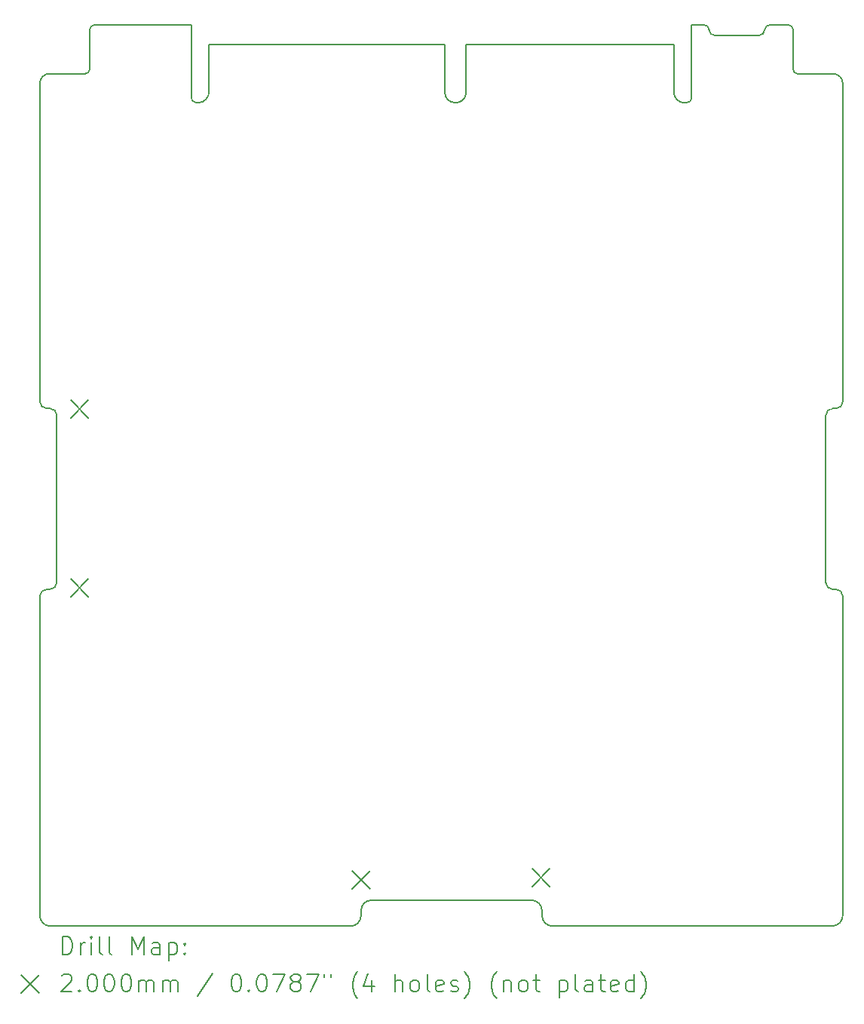
<source format=gbr>
%TF.GenerationSoftware,KiCad,Pcbnew,7.0.5*%
%TF.CreationDate,2023-06-30T17:38:21-04:00*%
%TF.ProjectId,magnetotorqer-drive-board,6d61676e-6574-46f7-946f-727165722d64,A*%
%TF.SameCoordinates,Original*%
%TF.FileFunction,Drillmap*%
%TF.FilePolarity,Positive*%
%FSLAX45Y45*%
G04 Gerber Fmt 4.5, Leading zero omitted, Abs format (unit mm)*
G04 Created by KiCad (PCBNEW 7.0.5) date 2023-06-30 17:38:21*
%MOMM*%
%LPD*%
G01*
G04 APERTURE LIST*
%ADD10C,0.127000*%
%ADD11C,0.200000*%
G04 APERTURE END LIST*
D10*
X14551660Y-5125717D02*
G75*
G03*
X14488160Y-5186680I0J-63553D01*
G01*
X15367000Y-5786120D02*
G75*
G03*
X15255240Y-5674360I-111770J-10D01*
G01*
X6461760Y-15240000D02*
X9837420Y-15240000D01*
X11988800Y-15067280D02*
G75*
G03*
X11869420Y-14947900I-119390J-10D01*
G01*
X13609320Y-6002030D02*
G75*
G03*
X13670280Y-5943600I1270J59690D01*
G01*
X10896600Y-5880100D02*
X10896600Y-5344160D01*
X6426200Y-9431020D02*
X6464300Y-9431020D01*
X13865859Y-5184140D02*
G75*
G03*
X13929360Y-5245100I61011J0D01*
G01*
X15367000Y-9354820D02*
X15367000Y-5786120D01*
X6459220Y-5674360D02*
G75*
G03*
X6350000Y-5786120I1270J-110490D01*
G01*
X15176500Y-11384280D02*
X15176500Y-9507220D01*
X6426200Y-11460480D02*
X6464300Y-11460480D01*
X15252700Y-11460480D02*
X15290800Y-11460480D01*
X6350000Y-9354820D02*
X6350000Y-5786120D01*
X15252700Y-9431020D02*
X15290800Y-9431020D01*
X11137900Y-5344160D02*
X13468350Y-5344160D01*
X14856460Y-5674360D02*
X15255240Y-5674360D01*
X6350000Y-15113000D02*
G75*
G03*
X6461760Y-15240000I119380J-7620D01*
G01*
X6967220Y-5125720D02*
X8049260Y-5125720D01*
X8049260Y-5938520D02*
X8049260Y-5125720D01*
X8249920Y-5875020D02*
X8249920Y-5344160D01*
X8049252Y-5938519D02*
G75*
G03*
X8105140Y-6002020I59678J-3821D01*
G01*
X13468350Y-5880100D02*
G75*
G03*
X13589000Y-6002020I121270J-650D01*
G01*
X11988800Y-15120620D02*
X11988800Y-15067280D01*
X8128000Y-6002020D02*
G75*
G03*
X8249920Y-5875020I-2540J124460D01*
G01*
X14551660Y-5125720D02*
X14752320Y-5125720D01*
X10896600Y-5880100D02*
G75*
G03*
X11137900Y-5880100I120650J0D01*
G01*
X15367000Y-15113000D02*
X15367000Y-11536680D01*
X6350000Y-9354820D02*
G75*
G03*
X6426200Y-9431020I76200J0D01*
G01*
X14808200Y-5626100D02*
X14808200Y-5181600D01*
X9837420Y-15240000D02*
G75*
G03*
X9956800Y-15120620I0J119380D01*
G01*
X15176500Y-11384280D02*
G75*
G03*
X15252700Y-11460480I76190J-10D01*
G01*
X6540500Y-11384280D02*
X6540500Y-9507220D01*
X6858000Y-5674360D02*
G75*
G03*
X6908800Y-5628640I2540J48260D01*
G01*
X8249920Y-5344160D02*
X10896600Y-5344160D01*
X6908800Y-5628640D02*
X6908800Y-5184140D01*
X13670280Y-5125720D02*
X13804900Y-5125720D01*
X12108180Y-15240000D02*
X15247620Y-15240000D01*
X15367000Y-11536680D02*
G75*
G03*
X15290800Y-11460480I-76210J-10D01*
G01*
X11988800Y-15120620D02*
G75*
G03*
X12108180Y-15240000I119370J-10D01*
G01*
X13670280Y-5943600D02*
X13670280Y-5125720D01*
X6426200Y-11460480D02*
G75*
G03*
X6350000Y-11536680I0J-76200D01*
G01*
X11137900Y-5880100D02*
X11137900Y-5344160D01*
X6459220Y-5674360D02*
X6858000Y-5674360D01*
X13468350Y-5880100D02*
X13468350Y-5344160D01*
X6464300Y-11460480D02*
G75*
G03*
X6540500Y-11384280I0J76200D01*
G01*
X9956800Y-15120620D02*
X9956800Y-15067280D01*
X10076180Y-14947900D02*
X11869420Y-14947900D01*
X6967220Y-5125720D02*
G75*
G03*
X6908800Y-5184140I0J-58420D01*
G01*
X14808200Y-5181600D02*
G75*
G03*
X14752320Y-5125720I-55890J-10D01*
G01*
X13865859Y-5184140D02*
G75*
G03*
X13804900Y-5125720I-59700J-1280D01*
G01*
X10076180Y-14947900D02*
G75*
G03*
X9956800Y-15067280I0J-119380D01*
G01*
X13929360Y-5245100D02*
X14427200Y-5245100D01*
X13589000Y-6002020D02*
X13609320Y-6002020D01*
X6350000Y-15113000D02*
X6350000Y-11536680D01*
X15290800Y-9431020D02*
G75*
G03*
X15367000Y-9354820I0J76200D01*
G01*
X14808200Y-5626100D02*
G75*
G03*
X14856460Y-5674360I48250J-10D01*
G01*
X6540500Y-9507220D02*
G75*
G03*
X6464300Y-9431020I-76200J0D01*
G01*
X14427200Y-5245100D02*
G75*
G03*
X14488160Y-5186680I1270J59690D01*
G01*
X8105140Y-6002020D02*
X8128000Y-6002020D01*
X15247620Y-15240010D02*
G75*
G03*
X15367000Y-15113000I-3820J123200D01*
G01*
X15252700Y-9431020D02*
G75*
G03*
X15176500Y-9507220I0J-76200D01*
G01*
D11*
X6694500Y-9336100D02*
X6894500Y-9536100D01*
X6894500Y-9336100D02*
X6694500Y-9536100D01*
X6694500Y-11342700D02*
X6894500Y-11542700D01*
X6894500Y-11342700D02*
X6694500Y-11542700D01*
X9856800Y-14619300D02*
X10056800Y-14819300D01*
X10056800Y-14619300D02*
X9856800Y-14819300D01*
X11876100Y-14593900D02*
X12076100Y-14793900D01*
X12076100Y-14593900D02*
X11876100Y-14793900D01*
X6604184Y-15557834D02*
X6604184Y-15357834D01*
X6604184Y-15357834D02*
X6651803Y-15357834D01*
X6651803Y-15357834D02*
X6680374Y-15367358D01*
X6680374Y-15367358D02*
X6699422Y-15386405D01*
X6699422Y-15386405D02*
X6708946Y-15405453D01*
X6708946Y-15405453D02*
X6718470Y-15443548D01*
X6718470Y-15443548D02*
X6718470Y-15472119D01*
X6718470Y-15472119D02*
X6708946Y-15510215D01*
X6708946Y-15510215D02*
X6699422Y-15529262D01*
X6699422Y-15529262D02*
X6680374Y-15548310D01*
X6680374Y-15548310D02*
X6651803Y-15557834D01*
X6651803Y-15557834D02*
X6604184Y-15557834D01*
X6804184Y-15557834D02*
X6804184Y-15424500D01*
X6804184Y-15462596D02*
X6813708Y-15443548D01*
X6813708Y-15443548D02*
X6823231Y-15434024D01*
X6823231Y-15434024D02*
X6842279Y-15424500D01*
X6842279Y-15424500D02*
X6861327Y-15424500D01*
X6927993Y-15557834D02*
X6927993Y-15424500D01*
X6927993Y-15357834D02*
X6918470Y-15367358D01*
X6918470Y-15367358D02*
X6927993Y-15376881D01*
X6927993Y-15376881D02*
X6937517Y-15367358D01*
X6937517Y-15367358D02*
X6927993Y-15357834D01*
X6927993Y-15357834D02*
X6927993Y-15376881D01*
X7051803Y-15557834D02*
X7032755Y-15548310D01*
X7032755Y-15548310D02*
X7023231Y-15529262D01*
X7023231Y-15529262D02*
X7023231Y-15357834D01*
X7156565Y-15557834D02*
X7137517Y-15548310D01*
X7137517Y-15548310D02*
X7127993Y-15529262D01*
X7127993Y-15529262D02*
X7127993Y-15357834D01*
X7385136Y-15557834D02*
X7385136Y-15357834D01*
X7385136Y-15357834D02*
X7451803Y-15500691D01*
X7451803Y-15500691D02*
X7518470Y-15357834D01*
X7518470Y-15357834D02*
X7518470Y-15557834D01*
X7699422Y-15557834D02*
X7699422Y-15453072D01*
X7699422Y-15453072D02*
X7689898Y-15434024D01*
X7689898Y-15434024D02*
X7670851Y-15424500D01*
X7670851Y-15424500D02*
X7632755Y-15424500D01*
X7632755Y-15424500D02*
X7613708Y-15434024D01*
X7699422Y-15548310D02*
X7680374Y-15557834D01*
X7680374Y-15557834D02*
X7632755Y-15557834D01*
X7632755Y-15557834D02*
X7613708Y-15548310D01*
X7613708Y-15548310D02*
X7604184Y-15529262D01*
X7604184Y-15529262D02*
X7604184Y-15510215D01*
X7604184Y-15510215D02*
X7613708Y-15491167D01*
X7613708Y-15491167D02*
X7632755Y-15481643D01*
X7632755Y-15481643D02*
X7680374Y-15481643D01*
X7680374Y-15481643D02*
X7699422Y-15472119D01*
X7794660Y-15424500D02*
X7794660Y-15624500D01*
X7794660Y-15434024D02*
X7813708Y-15424500D01*
X7813708Y-15424500D02*
X7851803Y-15424500D01*
X7851803Y-15424500D02*
X7870851Y-15434024D01*
X7870851Y-15434024D02*
X7880374Y-15443548D01*
X7880374Y-15443548D02*
X7889898Y-15462596D01*
X7889898Y-15462596D02*
X7889898Y-15519738D01*
X7889898Y-15519738D02*
X7880374Y-15538786D01*
X7880374Y-15538786D02*
X7870851Y-15548310D01*
X7870851Y-15548310D02*
X7851803Y-15557834D01*
X7851803Y-15557834D02*
X7813708Y-15557834D01*
X7813708Y-15557834D02*
X7794660Y-15548310D01*
X7975612Y-15538786D02*
X7985136Y-15548310D01*
X7985136Y-15548310D02*
X7975612Y-15557834D01*
X7975612Y-15557834D02*
X7966089Y-15548310D01*
X7966089Y-15548310D02*
X7975612Y-15538786D01*
X7975612Y-15538786D02*
X7975612Y-15557834D01*
X7975612Y-15434024D02*
X7985136Y-15443548D01*
X7985136Y-15443548D02*
X7975612Y-15453072D01*
X7975612Y-15453072D02*
X7966089Y-15443548D01*
X7966089Y-15443548D02*
X7975612Y-15434024D01*
X7975612Y-15434024D02*
X7975612Y-15453072D01*
X6143407Y-15786350D02*
X6343407Y-15986350D01*
X6343407Y-15786350D02*
X6143407Y-15986350D01*
X6594660Y-15796881D02*
X6604184Y-15787358D01*
X6604184Y-15787358D02*
X6623231Y-15777834D01*
X6623231Y-15777834D02*
X6670851Y-15777834D01*
X6670851Y-15777834D02*
X6689898Y-15787358D01*
X6689898Y-15787358D02*
X6699422Y-15796881D01*
X6699422Y-15796881D02*
X6708946Y-15815929D01*
X6708946Y-15815929D02*
X6708946Y-15834977D01*
X6708946Y-15834977D02*
X6699422Y-15863548D01*
X6699422Y-15863548D02*
X6585136Y-15977834D01*
X6585136Y-15977834D02*
X6708946Y-15977834D01*
X6794660Y-15958786D02*
X6804184Y-15968310D01*
X6804184Y-15968310D02*
X6794660Y-15977834D01*
X6794660Y-15977834D02*
X6785136Y-15968310D01*
X6785136Y-15968310D02*
X6794660Y-15958786D01*
X6794660Y-15958786D02*
X6794660Y-15977834D01*
X6927993Y-15777834D02*
X6947041Y-15777834D01*
X6947041Y-15777834D02*
X6966089Y-15787358D01*
X6966089Y-15787358D02*
X6975612Y-15796881D01*
X6975612Y-15796881D02*
X6985136Y-15815929D01*
X6985136Y-15815929D02*
X6994660Y-15854024D01*
X6994660Y-15854024D02*
X6994660Y-15901643D01*
X6994660Y-15901643D02*
X6985136Y-15939738D01*
X6985136Y-15939738D02*
X6975612Y-15958786D01*
X6975612Y-15958786D02*
X6966089Y-15968310D01*
X6966089Y-15968310D02*
X6947041Y-15977834D01*
X6947041Y-15977834D02*
X6927993Y-15977834D01*
X6927993Y-15977834D02*
X6908946Y-15968310D01*
X6908946Y-15968310D02*
X6899422Y-15958786D01*
X6899422Y-15958786D02*
X6889898Y-15939738D01*
X6889898Y-15939738D02*
X6880374Y-15901643D01*
X6880374Y-15901643D02*
X6880374Y-15854024D01*
X6880374Y-15854024D02*
X6889898Y-15815929D01*
X6889898Y-15815929D02*
X6899422Y-15796881D01*
X6899422Y-15796881D02*
X6908946Y-15787358D01*
X6908946Y-15787358D02*
X6927993Y-15777834D01*
X7118470Y-15777834D02*
X7137517Y-15777834D01*
X7137517Y-15777834D02*
X7156565Y-15787358D01*
X7156565Y-15787358D02*
X7166089Y-15796881D01*
X7166089Y-15796881D02*
X7175612Y-15815929D01*
X7175612Y-15815929D02*
X7185136Y-15854024D01*
X7185136Y-15854024D02*
X7185136Y-15901643D01*
X7185136Y-15901643D02*
X7175612Y-15939738D01*
X7175612Y-15939738D02*
X7166089Y-15958786D01*
X7166089Y-15958786D02*
X7156565Y-15968310D01*
X7156565Y-15968310D02*
X7137517Y-15977834D01*
X7137517Y-15977834D02*
X7118470Y-15977834D01*
X7118470Y-15977834D02*
X7099422Y-15968310D01*
X7099422Y-15968310D02*
X7089898Y-15958786D01*
X7089898Y-15958786D02*
X7080374Y-15939738D01*
X7080374Y-15939738D02*
X7070851Y-15901643D01*
X7070851Y-15901643D02*
X7070851Y-15854024D01*
X7070851Y-15854024D02*
X7080374Y-15815929D01*
X7080374Y-15815929D02*
X7089898Y-15796881D01*
X7089898Y-15796881D02*
X7099422Y-15787358D01*
X7099422Y-15787358D02*
X7118470Y-15777834D01*
X7308946Y-15777834D02*
X7327993Y-15777834D01*
X7327993Y-15777834D02*
X7347041Y-15787358D01*
X7347041Y-15787358D02*
X7356565Y-15796881D01*
X7356565Y-15796881D02*
X7366089Y-15815929D01*
X7366089Y-15815929D02*
X7375612Y-15854024D01*
X7375612Y-15854024D02*
X7375612Y-15901643D01*
X7375612Y-15901643D02*
X7366089Y-15939738D01*
X7366089Y-15939738D02*
X7356565Y-15958786D01*
X7356565Y-15958786D02*
X7347041Y-15968310D01*
X7347041Y-15968310D02*
X7327993Y-15977834D01*
X7327993Y-15977834D02*
X7308946Y-15977834D01*
X7308946Y-15977834D02*
X7289898Y-15968310D01*
X7289898Y-15968310D02*
X7280374Y-15958786D01*
X7280374Y-15958786D02*
X7270851Y-15939738D01*
X7270851Y-15939738D02*
X7261327Y-15901643D01*
X7261327Y-15901643D02*
X7261327Y-15854024D01*
X7261327Y-15854024D02*
X7270851Y-15815929D01*
X7270851Y-15815929D02*
X7280374Y-15796881D01*
X7280374Y-15796881D02*
X7289898Y-15787358D01*
X7289898Y-15787358D02*
X7308946Y-15777834D01*
X7461327Y-15977834D02*
X7461327Y-15844500D01*
X7461327Y-15863548D02*
X7470851Y-15854024D01*
X7470851Y-15854024D02*
X7489898Y-15844500D01*
X7489898Y-15844500D02*
X7518470Y-15844500D01*
X7518470Y-15844500D02*
X7537517Y-15854024D01*
X7537517Y-15854024D02*
X7547041Y-15873072D01*
X7547041Y-15873072D02*
X7547041Y-15977834D01*
X7547041Y-15873072D02*
X7556565Y-15854024D01*
X7556565Y-15854024D02*
X7575612Y-15844500D01*
X7575612Y-15844500D02*
X7604184Y-15844500D01*
X7604184Y-15844500D02*
X7623232Y-15854024D01*
X7623232Y-15854024D02*
X7632755Y-15873072D01*
X7632755Y-15873072D02*
X7632755Y-15977834D01*
X7727993Y-15977834D02*
X7727993Y-15844500D01*
X7727993Y-15863548D02*
X7737517Y-15854024D01*
X7737517Y-15854024D02*
X7756565Y-15844500D01*
X7756565Y-15844500D02*
X7785136Y-15844500D01*
X7785136Y-15844500D02*
X7804184Y-15854024D01*
X7804184Y-15854024D02*
X7813708Y-15873072D01*
X7813708Y-15873072D02*
X7813708Y-15977834D01*
X7813708Y-15873072D02*
X7823232Y-15854024D01*
X7823232Y-15854024D02*
X7842279Y-15844500D01*
X7842279Y-15844500D02*
X7870851Y-15844500D01*
X7870851Y-15844500D02*
X7889898Y-15854024D01*
X7889898Y-15854024D02*
X7899422Y-15873072D01*
X7899422Y-15873072D02*
X7899422Y-15977834D01*
X8289898Y-15768310D02*
X8118470Y-16025453D01*
X8547041Y-15777834D02*
X8566089Y-15777834D01*
X8566089Y-15777834D02*
X8585137Y-15787358D01*
X8585137Y-15787358D02*
X8594660Y-15796881D01*
X8594660Y-15796881D02*
X8604184Y-15815929D01*
X8604184Y-15815929D02*
X8613708Y-15854024D01*
X8613708Y-15854024D02*
X8613708Y-15901643D01*
X8613708Y-15901643D02*
X8604184Y-15939738D01*
X8604184Y-15939738D02*
X8594660Y-15958786D01*
X8594660Y-15958786D02*
X8585137Y-15968310D01*
X8585137Y-15968310D02*
X8566089Y-15977834D01*
X8566089Y-15977834D02*
X8547041Y-15977834D01*
X8547041Y-15977834D02*
X8527994Y-15968310D01*
X8527994Y-15968310D02*
X8518470Y-15958786D01*
X8518470Y-15958786D02*
X8508946Y-15939738D01*
X8508946Y-15939738D02*
X8499422Y-15901643D01*
X8499422Y-15901643D02*
X8499422Y-15854024D01*
X8499422Y-15854024D02*
X8508946Y-15815929D01*
X8508946Y-15815929D02*
X8518470Y-15796881D01*
X8518470Y-15796881D02*
X8527994Y-15787358D01*
X8527994Y-15787358D02*
X8547041Y-15777834D01*
X8699422Y-15958786D02*
X8708946Y-15968310D01*
X8708946Y-15968310D02*
X8699422Y-15977834D01*
X8699422Y-15977834D02*
X8689898Y-15968310D01*
X8689898Y-15968310D02*
X8699422Y-15958786D01*
X8699422Y-15958786D02*
X8699422Y-15977834D01*
X8832756Y-15777834D02*
X8851803Y-15777834D01*
X8851803Y-15777834D02*
X8870851Y-15787358D01*
X8870851Y-15787358D02*
X8880375Y-15796881D01*
X8880375Y-15796881D02*
X8889898Y-15815929D01*
X8889898Y-15815929D02*
X8899422Y-15854024D01*
X8899422Y-15854024D02*
X8899422Y-15901643D01*
X8899422Y-15901643D02*
X8889898Y-15939738D01*
X8889898Y-15939738D02*
X8880375Y-15958786D01*
X8880375Y-15958786D02*
X8870851Y-15968310D01*
X8870851Y-15968310D02*
X8851803Y-15977834D01*
X8851803Y-15977834D02*
X8832756Y-15977834D01*
X8832756Y-15977834D02*
X8813708Y-15968310D01*
X8813708Y-15968310D02*
X8804184Y-15958786D01*
X8804184Y-15958786D02*
X8794660Y-15939738D01*
X8794660Y-15939738D02*
X8785137Y-15901643D01*
X8785137Y-15901643D02*
X8785137Y-15854024D01*
X8785137Y-15854024D02*
X8794660Y-15815929D01*
X8794660Y-15815929D02*
X8804184Y-15796881D01*
X8804184Y-15796881D02*
X8813708Y-15787358D01*
X8813708Y-15787358D02*
X8832756Y-15777834D01*
X8966089Y-15777834D02*
X9099422Y-15777834D01*
X9099422Y-15777834D02*
X9013708Y-15977834D01*
X9204184Y-15863548D02*
X9185137Y-15854024D01*
X9185137Y-15854024D02*
X9175613Y-15844500D01*
X9175613Y-15844500D02*
X9166089Y-15825453D01*
X9166089Y-15825453D02*
X9166089Y-15815929D01*
X9166089Y-15815929D02*
X9175613Y-15796881D01*
X9175613Y-15796881D02*
X9185137Y-15787358D01*
X9185137Y-15787358D02*
X9204184Y-15777834D01*
X9204184Y-15777834D02*
X9242279Y-15777834D01*
X9242279Y-15777834D02*
X9261327Y-15787358D01*
X9261327Y-15787358D02*
X9270851Y-15796881D01*
X9270851Y-15796881D02*
X9280375Y-15815929D01*
X9280375Y-15815929D02*
X9280375Y-15825453D01*
X9280375Y-15825453D02*
X9270851Y-15844500D01*
X9270851Y-15844500D02*
X9261327Y-15854024D01*
X9261327Y-15854024D02*
X9242279Y-15863548D01*
X9242279Y-15863548D02*
X9204184Y-15863548D01*
X9204184Y-15863548D02*
X9185137Y-15873072D01*
X9185137Y-15873072D02*
X9175613Y-15882596D01*
X9175613Y-15882596D02*
X9166089Y-15901643D01*
X9166089Y-15901643D02*
X9166089Y-15939738D01*
X9166089Y-15939738D02*
X9175613Y-15958786D01*
X9175613Y-15958786D02*
X9185137Y-15968310D01*
X9185137Y-15968310D02*
X9204184Y-15977834D01*
X9204184Y-15977834D02*
X9242279Y-15977834D01*
X9242279Y-15977834D02*
X9261327Y-15968310D01*
X9261327Y-15968310D02*
X9270851Y-15958786D01*
X9270851Y-15958786D02*
X9280375Y-15939738D01*
X9280375Y-15939738D02*
X9280375Y-15901643D01*
X9280375Y-15901643D02*
X9270851Y-15882596D01*
X9270851Y-15882596D02*
X9261327Y-15873072D01*
X9261327Y-15873072D02*
X9242279Y-15863548D01*
X9347041Y-15777834D02*
X9480375Y-15777834D01*
X9480375Y-15777834D02*
X9394660Y-15977834D01*
X9547041Y-15777834D02*
X9547041Y-15815929D01*
X9623232Y-15777834D02*
X9623232Y-15815929D01*
X9918470Y-16054024D02*
X9908946Y-16044500D01*
X9908946Y-16044500D02*
X9889899Y-16015929D01*
X9889899Y-16015929D02*
X9880375Y-15996881D01*
X9880375Y-15996881D02*
X9870851Y-15968310D01*
X9870851Y-15968310D02*
X9861327Y-15920691D01*
X9861327Y-15920691D02*
X9861327Y-15882596D01*
X9861327Y-15882596D02*
X9870851Y-15834977D01*
X9870851Y-15834977D02*
X9880375Y-15806405D01*
X9880375Y-15806405D02*
X9889899Y-15787358D01*
X9889899Y-15787358D02*
X9908946Y-15758786D01*
X9908946Y-15758786D02*
X9918470Y-15749262D01*
X10080375Y-15844500D02*
X10080375Y-15977834D01*
X10032756Y-15768310D02*
X9985137Y-15911167D01*
X9985137Y-15911167D02*
X10108946Y-15911167D01*
X10337518Y-15977834D02*
X10337518Y-15777834D01*
X10423232Y-15977834D02*
X10423232Y-15873072D01*
X10423232Y-15873072D02*
X10413708Y-15854024D01*
X10413708Y-15854024D02*
X10394661Y-15844500D01*
X10394661Y-15844500D02*
X10366089Y-15844500D01*
X10366089Y-15844500D02*
X10347041Y-15854024D01*
X10347041Y-15854024D02*
X10337518Y-15863548D01*
X10547041Y-15977834D02*
X10527994Y-15968310D01*
X10527994Y-15968310D02*
X10518470Y-15958786D01*
X10518470Y-15958786D02*
X10508946Y-15939738D01*
X10508946Y-15939738D02*
X10508946Y-15882596D01*
X10508946Y-15882596D02*
X10518470Y-15863548D01*
X10518470Y-15863548D02*
X10527994Y-15854024D01*
X10527994Y-15854024D02*
X10547041Y-15844500D01*
X10547041Y-15844500D02*
X10575613Y-15844500D01*
X10575613Y-15844500D02*
X10594661Y-15854024D01*
X10594661Y-15854024D02*
X10604184Y-15863548D01*
X10604184Y-15863548D02*
X10613708Y-15882596D01*
X10613708Y-15882596D02*
X10613708Y-15939738D01*
X10613708Y-15939738D02*
X10604184Y-15958786D01*
X10604184Y-15958786D02*
X10594661Y-15968310D01*
X10594661Y-15968310D02*
X10575613Y-15977834D01*
X10575613Y-15977834D02*
X10547041Y-15977834D01*
X10727994Y-15977834D02*
X10708946Y-15968310D01*
X10708946Y-15968310D02*
X10699422Y-15949262D01*
X10699422Y-15949262D02*
X10699422Y-15777834D01*
X10880375Y-15968310D02*
X10861327Y-15977834D01*
X10861327Y-15977834D02*
X10823232Y-15977834D01*
X10823232Y-15977834D02*
X10804184Y-15968310D01*
X10804184Y-15968310D02*
X10794661Y-15949262D01*
X10794661Y-15949262D02*
X10794661Y-15873072D01*
X10794661Y-15873072D02*
X10804184Y-15854024D01*
X10804184Y-15854024D02*
X10823232Y-15844500D01*
X10823232Y-15844500D02*
X10861327Y-15844500D01*
X10861327Y-15844500D02*
X10880375Y-15854024D01*
X10880375Y-15854024D02*
X10889899Y-15873072D01*
X10889899Y-15873072D02*
X10889899Y-15892119D01*
X10889899Y-15892119D02*
X10794661Y-15911167D01*
X10966089Y-15968310D02*
X10985137Y-15977834D01*
X10985137Y-15977834D02*
X11023232Y-15977834D01*
X11023232Y-15977834D02*
X11042280Y-15968310D01*
X11042280Y-15968310D02*
X11051803Y-15949262D01*
X11051803Y-15949262D02*
X11051803Y-15939738D01*
X11051803Y-15939738D02*
X11042280Y-15920691D01*
X11042280Y-15920691D02*
X11023232Y-15911167D01*
X11023232Y-15911167D02*
X10994661Y-15911167D01*
X10994661Y-15911167D02*
X10975613Y-15901643D01*
X10975613Y-15901643D02*
X10966089Y-15882596D01*
X10966089Y-15882596D02*
X10966089Y-15873072D01*
X10966089Y-15873072D02*
X10975613Y-15854024D01*
X10975613Y-15854024D02*
X10994661Y-15844500D01*
X10994661Y-15844500D02*
X11023232Y-15844500D01*
X11023232Y-15844500D02*
X11042280Y-15854024D01*
X11118470Y-16054024D02*
X11127994Y-16044500D01*
X11127994Y-16044500D02*
X11147042Y-16015929D01*
X11147042Y-16015929D02*
X11156565Y-15996881D01*
X11156565Y-15996881D02*
X11166089Y-15968310D01*
X11166089Y-15968310D02*
X11175613Y-15920691D01*
X11175613Y-15920691D02*
X11175613Y-15882596D01*
X11175613Y-15882596D02*
X11166089Y-15834977D01*
X11166089Y-15834977D02*
X11156565Y-15806405D01*
X11156565Y-15806405D02*
X11147042Y-15787358D01*
X11147042Y-15787358D02*
X11127994Y-15758786D01*
X11127994Y-15758786D02*
X11118470Y-15749262D01*
X11480375Y-16054024D02*
X11470851Y-16044500D01*
X11470851Y-16044500D02*
X11451803Y-16015929D01*
X11451803Y-16015929D02*
X11442280Y-15996881D01*
X11442280Y-15996881D02*
X11432756Y-15968310D01*
X11432756Y-15968310D02*
X11423232Y-15920691D01*
X11423232Y-15920691D02*
X11423232Y-15882596D01*
X11423232Y-15882596D02*
X11432756Y-15834977D01*
X11432756Y-15834977D02*
X11442280Y-15806405D01*
X11442280Y-15806405D02*
X11451803Y-15787358D01*
X11451803Y-15787358D02*
X11470851Y-15758786D01*
X11470851Y-15758786D02*
X11480375Y-15749262D01*
X11556565Y-15844500D02*
X11556565Y-15977834D01*
X11556565Y-15863548D02*
X11566089Y-15854024D01*
X11566089Y-15854024D02*
X11585137Y-15844500D01*
X11585137Y-15844500D02*
X11613708Y-15844500D01*
X11613708Y-15844500D02*
X11632756Y-15854024D01*
X11632756Y-15854024D02*
X11642280Y-15873072D01*
X11642280Y-15873072D02*
X11642280Y-15977834D01*
X11766089Y-15977834D02*
X11747041Y-15968310D01*
X11747041Y-15968310D02*
X11737518Y-15958786D01*
X11737518Y-15958786D02*
X11727994Y-15939738D01*
X11727994Y-15939738D02*
X11727994Y-15882596D01*
X11727994Y-15882596D02*
X11737518Y-15863548D01*
X11737518Y-15863548D02*
X11747041Y-15854024D01*
X11747041Y-15854024D02*
X11766089Y-15844500D01*
X11766089Y-15844500D02*
X11794661Y-15844500D01*
X11794661Y-15844500D02*
X11813708Y-15854024D01*
X11813708Y-15854024D02*
X11823232Y-15863548D01*
X11823232Y-15863548D02*
X11832756Y-15882596D01*
X11832756Y-15882596D02*
X11832756Y-15939738D01*
X11832756Y-15939738D02*
X11823232Y-15958786D01*
X11823232Y-15958786D02*
X11813708Y-15968310D01*
X11813708Y-15968310D02*
X11794661Y-15977834D01*
X11794661Y-15977834D02*
X11766089Y-15977834D01*
X11889899Y-15844500D02*
X11966089Y-15844500D01*
X11918470Y-15777834D02*
X11918470Y-15949262D01*
X11918470Y-15949262D02*
X11927994Y-15968310D01*
X11927994Y-15968310D02*
X11947041Y-15977834D01*
X11947041Y-15977834D02*
X11966089Y-15977834D01*
X12185137Y-15844500D02*
X12185137Y-16044500D01*
X12185137Y-15854024D02*
X12204184Y-15844500D01*
X12204184Y-15844500D02*
X12242280Y-15844500D01*
X12242280Y-15844500D02*
X12261327Y-15854024D01*
X12261327Y-15854024D02*
X12270851Y-15863548D01*
X12270851Y-15863548D02*
X12280375Y-15882596D01*
X12280375Y-15882596D02*
X12280375Y-15939738D01*
X12280375Y-15939738D02*
X12270851Y-15958786D01*
X12270851Y-15958786D02*
X12261327Y-15968310D01*
X12261327Y-15968310D02*
X12242280Y-15977834D01*
X12242280Y-15977834D02*
X12204184Y-15977834D01*
X12204184Y-15977834D02*
X12185137Y-15968310D01*
X12394661Y-15977834D02*
X12375613Y-15968310D01*
X12375613Y-15968310D02*
X12366089Y-15949262D01*
X12366089Y-15949262D02*
X12366089Y-15777834D01*
X12556565Y-15977834D02*
X12556565Y-15873072D01*
X12556565Y-15873072D02*
X12547042Y-15854024D01*
X12547042Y-15854024D02*
X12527994Y-15844500D01*
X12527994Y-15844500D02*
X12489899Y-15844500D01*
X12489899Y-15844500D02*
X12470851Y-15854024D01*
X12556565Y-15968310D02*
X12537518Y-15977834D01*
X12537518Y-15977834D02*
X12489899Y-15977834D01*
X12489899Y-15977834D02*
X12470851Y-15968310D01*
X12470851Y-15968310D02*
X12461327Y-15949262D01*
X12461327Y-15949262D02*
X12461327Y-15930215D01*
X12461327Y-15930215D02*
X12470851Y-15911167D01*
X12470851Y-15911167D02*
X12489899Y-15901643D01*
X12489899Y-15901643D02*
X12537518Y-15901643D01*
X12537518Y-15901643D02*
X12556565Y-15892119D01*
X12623232Y-15844500D02*
X12699422Y-15844500D01*
X12651803Y-15777834D02*
X12651803Y-15949262D01*
X12651803Y-15949262D02*
X12661327Y-15968310D01*
X12661327Y-15968310D02*
X12680375Y-15977834D01*
X12680375Y-15977834D02*
X12699422Y-15977834D01*
X12842280Y-15968310D02*
X12823232Y-15977834D01*
X12823232Y-15977834D02*
X12785137Y-15977834D01*
X12785137Y-15977834D02*
X12766089Y-15968310D01*
X12766089Y-15968310D02*
X12756565Y-15949262D01*
X12756565Y-15949262D02*
X12756565Y-15873072D01*
X12756565Y-15873072D02*
X12766089Y-15854024D01*
X12766089Y-15854024D02*
X12785137Y-15844500D01*
X12785137Y-15844500D02*
X12823232Y-15844500D01*
X12823232Y-15844500D02*
X12842280Y-15854024D01*
X12842280Y-15854024D02*
X12851803Y-15873072D01*
X12851803Y-15873072D02*
X12851803Y-15892119D01*
X12851803Y-15892119D02*
X12756565Y-15911167D01*
X13023232Y-15977834D02*
X13023232Y-15777834D01*
X13023232Y-15968310D02*
X13004184Y-15977834D01*
X13004184Y-15977834D02*
X12966089Y-15977834D01*
X12966089Y-15977834D02*
X12947042Y-15968310D01*
X12947042Y-15968310D02*
X12937518Y-15958786D01*
X12937518Y-15958786D02*
X12927994Y-15939738D01*
X12927994Y-15939738D02*
X12927994Y-15882596D01*
X12927994Y-15882596D02*
X12937518Y-15863548D01*
X12937518Y-15863548D02*
X12947042Y-15854024D01*
X12947042Y-15854024D02*
X12966089Y-15844500D01*
X12966089Y-15844500D02*
X13004184Y-15844500D01*
X13004184Y-15844500D02*
X13023232Y-15854024D01*
X13099423Y-16054024D02*
X13108946Y-16044500D01*
X13108946Y-16044500D02*
X13127994Y-16015929D01*
X13127994Y-16015929D02*
X13137518Y-15996881D01*
X13137518Y-15996881D02*
X13147042Y-15968310D01*
X13147042Y-15968310D02*
X13156565Y-15920691D01*
X13156565Y-15920691D02*
X13156565Y-15882596D01*
X13156565Y-15882596D02*
X13147042Y-15834977D01*
X13147042Y-15834977D02*
X13137518Y-15806405D01*
X13137518Y-15806405D02*
X13127994Y-15787358D01*
X13127994Y-15787358D02*
X13108946Y-15758786D01*
X13108946Y-15758786D02*
X13099423Y-15749262D01*
M02*

</source>
